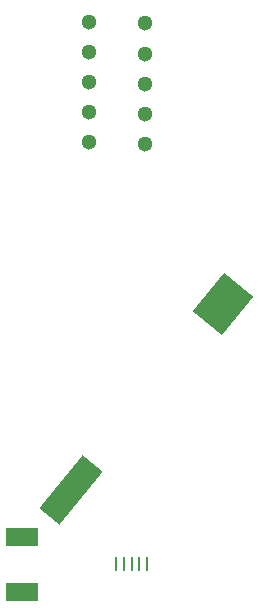
<source format=gbr>
G04 DipTrace 3.2.0.1*
G04 BottomPaste.gbr*
%MOMM*%
G04 #@! TF.FileFunction,Paste,Bot*
G04 #@! TF.Part,Single*
%AMOUTLINE5*
4,1,4,
2.68805,1.54736,
-0.98568,-2.94084,
-2.68805,-1.54736,
0.98568,2.94084,
2.68805,1.54736,
0*%
%AMOUTLINE8*
4,1,4,
2.56828,0.61159,
-0.09204,-2.63848,
-2.56828,-0.61159,
0.09204,2.63848,
2.56828,0.61159,
0*%
%ADD50R,0.2X1.15*%
%ADD76C,1.3*%
%ADD82R,2.7X1.65*%
%ADD93OUTLINE5*%
%ADD96OUTLINE8*%
%FSLAX35Y35*%
G04*
G71*
G90*
G75*
G01*
G04 BotPaste*
%LPD*%
D82*
X-887053Y-3829060D3*
Y-4289060D3*
D76*
X150000Y521000D3*
X-320000Y281000D3*
X150000Y264000D3*
X-320000Y27000D3*
X150000Y10000D3*
Y-500000D3*
Y-244000D3*
X-320000Y-481000D3*
Y535000D3*
D93*
X-473563Y-3429523D3*
D96*
X815400Y-1854787D3*
D50*
X41430Y-4053293D3*
X-23570D3*
X106430D3*
X171430D3*
X-88570D3*
D76*
X-320000Y-227000D3*
M02*

</source>
